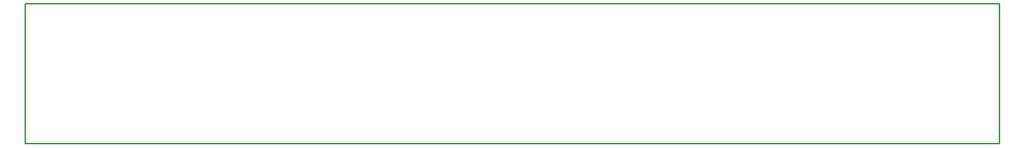
<source format=gbr>
%TF.GenerationSoftware,KiCad,Pcbnew,no-vcs-found-4c623da~61~ubuntu16.04.1*%
%TF.CreationDate,2017-11-21T10:53:03+02:00*%
%TF.ProjectId,reed-sensor,726565642D73656E736F722E6B696361,rev?*%
%TF.SameCoordinates,Original*%
%TF.FileFunction,Profile,NP*%
%FSLAX46Y46*%
G04 Gerber Fmt 4.6, Leading zero omitted, Abs format (unit mm)*
G04 Created by KiCad (PCBNEW no-vcs-found-4c623da~61~ubuntu16.04.1) date Tue Nov 21 10:53:03 2017*
%MOMM*%
%LPD*%
G01*
G04 APERTURE LIST*
%ADD10C,0.150000*%
G04 APERTURE END LIST*
D10*
X58000000Y-72000000D02*
X58000000Y-88000000D01*
X169000000Y-72000000D02*
X58000000Y-72000000D01*
X169000000Y-88000000D02*
X58000000Y-88000000D01*
X169000000Y-72000000D02*
X169000000Y-88000000D01*
M02*

</source>
